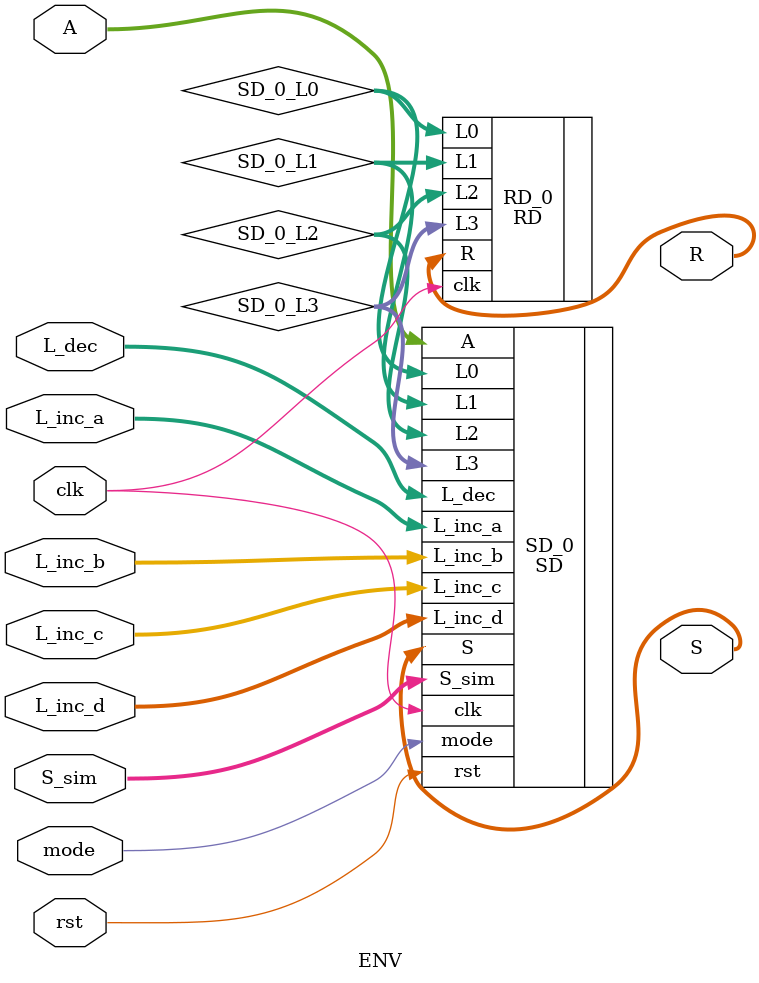
<source format=v>
`timescale 1ns / 1ps

module ENV
#(  parameter integer L_WIDTH = 4,
    parameter integer R_WIDTH = 16
    )(
    input wire clk, rst, mode,
    input wire [(L_WIDTH/2+2)-1:0] A,
    input wire [L_WIDTH*2-1:0] S_sim,
    input wire [(L_WIDTH)*(2**(L_WIDTH/2))-1:0] L_inc_a, L_inc_b, L_inc_c, L_inc_d,
    input wire [(L_WIDTH)*(2**(L_WIDTH/2))-1:0] L_dec,
    output wire [L_WIDTH*2-1:0] S,
    output wire signed [R_WIDTH-1:0] R  
    );
    wire [L_WIDTH-1:0] SD_0_L0, SD_0_L1, SD_0_L2, SD_0_L3;
    RD #( .L_WIDTH(L_WIDTH),
          .R_WIDTH(R_WIDTH)  
    ) RD_0
       (// Input 
        .clk(clk),
        .L0(SD_0_L0),
        .L1(SD_0_L1),
        .L2(SD_0_L2),
        .L3(SD_0_L3),
        // Output
        .R(R) );
    SD #(.L_WIDTH(L_WIDTH)   
    ) SD_0
       (// Input
        .clk(clk),
        .rst(rst),
        .mode(mode),
        .A(A),
        .S_sim(S_sim),
        .L_dec(L_dec),
        .L_inc_a(L_inc_a),
        .L_inc_b(L_inc_b),
        .L_inc_c(L_inc_c),
        .L_inc_d(L_inc_d),
        // Output
        .L0(SD_0_L0),
        .L1(SD_0_L1),
        .L2(SD_0_L2),
        .L3(SD_0_L3),
        .S(S) );
endmodule
</source>
